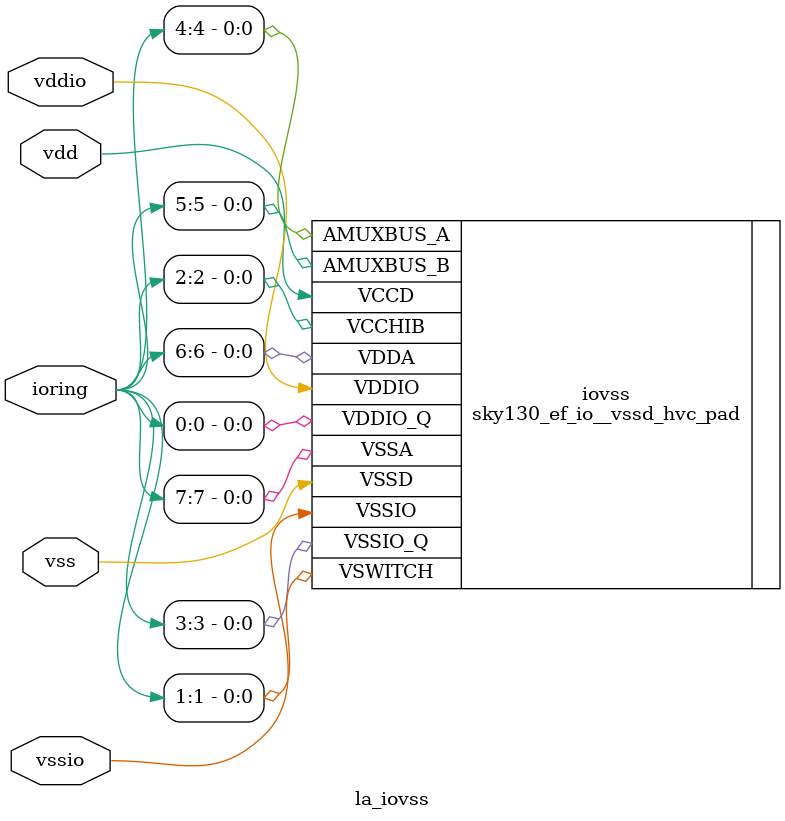
<source format=v>
module la_iovss
  #(parameter TYPE  = "DEFAULT", // cell type
    parameter SIDE  = "NO",      // "NO", "SO", "EA", "WE"
    parameter RINGW =  8         // width of io ring
    )
   (
    inout 	      vdd, // core supply
    inout 	      vss, // core ground
    inout 	      vddio, // io supply
    inout 	      vssio, // io ground
    inout [RINGW-1:0] ioring // generic io-ring interface
    );

   sky130_ef_io__vssd_hvc_pad
     iovss (
	    .VDDIO(vddio),
	    .VDDIO_Q(ioring[0]),
	    .VDDA(ioring[6]),
	    .VCCD(vdd),
	    .VSWITCH(ioring[1]),
	    .VCCHIB(ioring[2]),
	    .VSSA(ioring[7]),
	    .VSSD(vss),
	    .VSSIO_Q(ioring[3]),
	    .VSSIO(vssio),
	    .AMUXBUS_A(ioring[4]),
	    .AMUXBUS_B(ioring[5])
	    );

endmodule

</source>
